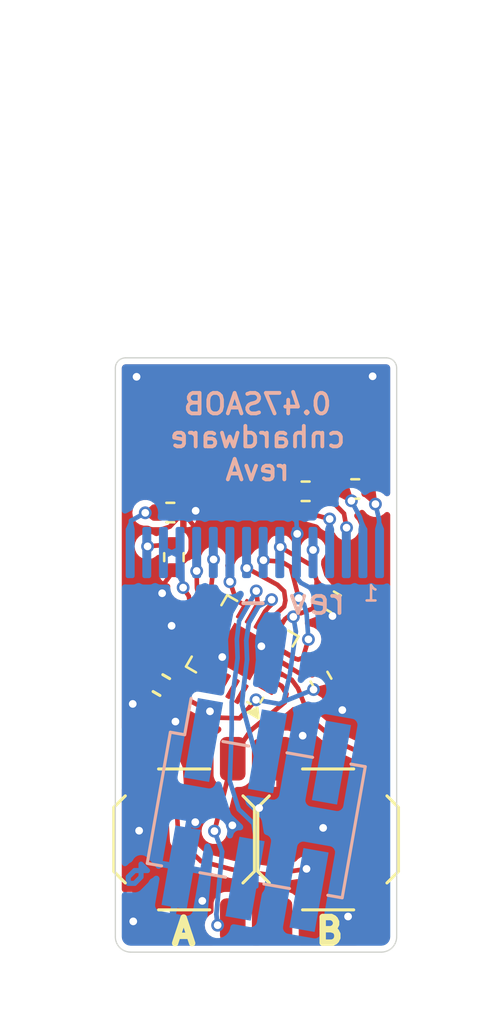
<source format=kicad_pcb>
(kicad_pcb (version 20240108) (generator "pcbnew") (generator_version "8.0")
  (layers (0 "F.Cu" signal) (31 "B.Cu" signal) (34 "B.Paste" user) (35 "F.Paste" user) (36 "B.SilkS" user "B.Silkscreen") (37 "F.SilkS" user "F.Silkscreen") (38 "B.Mask" user) (39 "F.Mask" user) (44 "Edge.Cuts" user))
  (net 0 "")
  (net 1 "VDD")
  (net 2 "GND")
  (net 4 "Net-(U1-VCC)")
  (net 5 "Net-(U1-C2N)")
  (net 6 "Net-(U1-C2P)")
  (net 7 "Net-(U1-C1P)")
  (net 8 "Net-(U1-C1N)")
  (net 9 "Net-(U1-VCOMH)")
  (net 10 "Net-(SW1-B)")
  (net 11 "Net-(SW2-B)")
  (net 15 "SSCL")
  (net 16 "SWIO")
  (net 17 "SSDA")
  (net 18 "SDA")
  (net 19 "CS")
  (net 20 "DC")
  (net 21 "RST")
  (net 22 "BS1")
  (net 23 "SCL")
  (footprint "Resistor_SMD:R_0402_1005Metric" (layer "F.Cu") (at 198.79 75.53 150)
    (property "Reference" "C1")
    (property "Value" "1u")
    (fp_line (start -0.153641 -0.38) (end 0.153641 -0.38) (stroke (width 0.1)) (layer "F.SilkS"))
    (fp_line (start -0.153641 0.38) (end 0.153641 0.38) (stroke (width 0.1)) (layer "F.SilkS"))
    (pad "1" smd roundrect (at -0.51 0 150) (size 0.54 0.64) (layers "F.Cu" "F.Paste" "F.Mask") (net 2 "GND"))
    (pad "2" smd roundrect (at 0.51 0 150) (size 0.54 0.64) (layers "F.Cu" "F.Paste" "F.Mask") (net 1 "VDD"))
  )
  (footprint "Button_Switch_SMD:SW_SPST_TL3342" (layer "F.Cu") (at 198.62 84.8 90)
    (property "Reference" "SW2" (hide yes))
    (property "Value" "TS-1187A-B-A-B")
    (fp_line (start -1.25 -2.75) (end 1.25 -2.75) (stroke (width 0.12)) (layer "F.SilkS"))
    (fp_line (start 1.7 -2.3) (end 1.25 -2.75) (stroke (width 0.12)) (layer "F.SilkS"))
    (fp_line (start -1.7 -2.3) (end -1.25 -2.75) (stroke (width 0.12)) (layer "F.SilkS"))
    (fp_line (start 2.75 -1) (end 2.75 1) (stroke (width 0.12)) (layer "F.SilkS"))
    (fp_line (start -2.75 -1) (end -2.75 1) (stroke (width 0.12)) (layer "F.SilkS"))
    (fp_line (start 1.7 2.3) (end 1.25 2.75) (stroke (width 0.12)) (layer "F.SilkS"))
    (fp_line (start -1.7 2.3) (end -1.25 2.75) (stroke (width 0.12)) (layer "F.SilkS"))
    (fp_line (start -1.25 2.75) (end 1.25 2.75) (stroke (width 0.12)) (layer "F.SilkS"))
    (pad "1" smd roundrect (at -3.15 -1.9 90) (size 1.7 1) (layers "F.Cu" "F.Paste" "F.Mask") (net 2 "GND"))
    (pad "1" smd roundrect (at 3.15 -1.9 90) (size 1.7 1) (layers "F.Cu" "F.Paste" "F.Mask") (net 2 "GND"))
    (pad "2" smd roundrect (at -3.15 1.9 90) (size 1.7 1) (layers "F.Cu" "F.Paste" "F.Mask") (net 11 "Net-(SW2-B)"))
    (pad "2" smd roundrect (at 3.15 1.9 90) (size 1.7 1) (layers "F.Cu" "F.Paste" "F.Mask") (net 11 "Net-(SW2-B)"))
  )
  (footprint "Button_Switch_SMD:SW_SPST_TL3342" (layer "F.Cu") (at 192.99 84.8 90)
    (property "Reference" "SW1" (hide yes))
    (property "Value" "TS-1187A-B-A-B")
    (fp_line (start -1.25 -2.75) (end 1.25 -2.75) (stroke (width 0.12)) (layer "F.SilkS"))
    (fp_line (start 1.7 -2.3) (end 1.25 -2.75) (stroke (width 0.12)) (layer "F.SilkS"))
    (fp_line (start -1.7 -2.3) (end -1.25 -2.75) (stroke (width 0.12)) (layer "F.SilkS"))
    (fp_line (start 2.75 -1) (end 2.75 1) (stroke (width 0.12)) (layer "F.SilkS"))
    (fp_line (start -2.75 -1) (end -2.75 1) (stroke (width 0.12)) (layer "F.SilkS"))
    (fp_line (start 1.7 2.3) (end 1.25 2.75) (stroke (width 0.12)) (layer "F.SilkS"))
    (fp_line (start -1.7 2.3) (end -1.25 2.75) (stroke (width 0.12)) (layer "F.SilkS"))
    (fp_line (start -1.25 2.75) (end 1.25 2.75) (stroke (width 0.12)) (layer "F.SilkS"))
    (pad "1" smd roundrect (at -3.15 -1.9 90) (size 1.7 1) (layers "F.Cu" "F.Paste" "F.Mask") (net 2 "GND"))
    (pad "1" smd roundrect (at 3.15 -1.9 90) (size 1.7 1) (layers "F.Cu" "F.Paste" "F.Mask") (net 2 "GND"))
    (pad "2" smd roundrect (at -3.15 1.9 90) (size 1.7 1) (layers "F.Cu" "F.Paste" "F.Mask") (net 10 "Net-(SW1-B)"))
    (pad "2" smd roundrect (at 3.15 1.9 90) (size 1.7 1) (layers "F.Cu" "F.Paste" "F.Mask") (net 10 "Net-(SW1-B)"))
  )
  (footprint "Resistor_SMD:R_0402_1005Metric" (layer "F.Cu") (at 192.1 78.775 150)
    (property "Reference" "R1" (hide yes))
    (property "Value" "3.3k")
    (fp_line (start -0.153641 -0.38) (end 0.153641 -0.38) (stroke (width 0.12)) (layer "F.SilkS"))
    (fp_line (start -0.153641 0.38) (end 0.153641 0.38) (stroke (width 0.12)) (layer "F.SilkS"))
    (pad "1" smd roundrect (at -0.51 0 150) (size 0.54 0.64) (layers "F.Cu" "F.Paste" "F.Mask") (net 1 "VDD"))
    (pad "2" smd roundrect (at 0.51 0 150) (size 0.54 0.64) (layers "F.Cu" "F.Paste" "F.Mask") (net 16 "SWIO"))
  )
  (footprint "Resistor_SMD:R_0402_1005Metric" (layer "F.Cu") (at 192.59 73.78 -90)
    (property "Reference" "C7")
    (property "Value" "1u" (hide yes))
    (fp_line (start -0.153641 0.38) (end 0.153641 0.38) (stroke (width 0.1)) (layer "F.SilkS"))
    (fp_line (start -0.153641 -0.38) (end 0.153641 -0.38) (stroke (width 0.1)) (layer "F.SilkS"))
    (pad "1" smd roundrect (at -0.51 0 270) (size 0.54 0.64) (layers "F.Cu" "F.Paste" "F.Mask") (net 9 "Net-(U1-VCOMH)"))
    (pad "2" smd roundrect (at 0.51 0 270) (size 0.54 0.64) (layers "F.Cu" "F.Paste" "F.Mask") (net 2 "GND"))
  )
  (footprint "Resistor_SMD:R_0402_1005Metric" (layer "F.Cu") (at 197.74 71.21 180)
    (property "Reference" "C6")
    (property "Value" "1u")
    (fp_line (start -0.153641 0.38) (end 0.153641 0.38) (stroke (width 0.1)) (layer "F.SilkS"))
    (fp_line (start -0.153641 -0.38) (end 0.153641 -0.38) (stroke (width 0.1)) (layer "F.SilkS"))
    (pad "1" smd roundrect (at -0.51 0 180) (size 0.54 0.64) (layers "F.Cu" "F.Paste" "F.Mask") (net 7 "Net-(U1-C1P)"))
    (pad "2" smd roundrect (at 0.51 0 180) (size 0.54 0.64) (layers "F.Cu" "F.Paste" "F.Mask") (net 8 "Net-(U1-C1N)"))
  )
  (footprint "Resistor_SMD:R_0402_1005Metric" (layer "F.Cu") (at 199.68 71.12)
    (property "Reference" "C5")
    (property "Value" "1u")
    (fp_line (start -0.153641 -0.38) (end 0.153641 -0.38) (stroke (width 0.1)) (layer "F.SilkS"))
    (fp_line (start -0.153641 0.38) (end 0.153641 0.38) (stroke (width 0.1)) (layer "F.SilkS"))
    (pad "1" smd roundrect (at -0.51 0) (size 0.54 0.64) (layers "F.Cu" "F.Paste" "F.Mask") (net 5 "Net-(U1-C2N)"))
    (pad "2" smd roundrect (at 0.51 0) (size 0.54 0.64) (layers "F.Cu" "F.Paste" "F.Mask") (net 6 "Net-(U1-C2P)"))
  )
  (footprint "Resistor_SMD:R_0402_1005Metric" (layer "F.Cu") (at 198.34 78.58 -60)
    (property "Reference" "C2")
    (property "Value" "1u" (hide yes))
    (fp_line (start -0.153641 0.38) (end 0.153641 0.38) (stroke (width 0.1)) (layer "F.SilkS"))
    (fp_line (start -0.153641 -0.38) (end 0.153641 -0.38) (stroke (width 0.1)) (layer "F.SilkS"))
    (pad "1" smd roundrect (at -0.51 0 300) (size 0.54 0.64) (layers "F.Cu" "F.Paste" "F.Mask") (net 2 "GND"))
    (pad "2" smd roundrect (at 0.51 0 300) (size 0.54 0.64) (layers "F.Cu" "F.Paste" "F.Mask") (net 1 "VDD"))
  )
  (footprint "Package_DFN_QFN:QFN-20-1EP_3x3mm_P0.4mm_EP1.65x1.65mm" (layer "F.Cu") (at 195.26218 77.464263 150)
    (property "Reference" "U2" (hide yes))
    (property "Value" "CH32V003F4U6")
    (fp_line (start 1.61 -1.61) (end 1.61 -1.16) (stroke (width 0.1)) (layer "F.SilkS"))
    (fp_line (start 1.16 -1.61) (end 1.61 -1.61) (stroke (width 0.1)) (layer "F.SilkS"))
    (fp_line (start 1.61 1.61) (end 1.61 1.16) (stroke (width 0.1)) (layer "F.SilkS"))
    (fp_line (start 1.16 1.61) (end 1.61 1.61) (stroke (width 0.1)) (layer "F.SilkS"))
    (fp_line (start -1.16 -1.61) (end -1.31 -1.61) (stroke (width 0.1)) (layer "F.SilkS"))
    (fp_line (start -1.61 -1.16) (end -1.61 -1.37) (stroke (width 0.1)) (layer "F.SilkS"))
    (fp_line (start -1.16 1.61) (end -1.61 1.61) (stroke (width 0.1)) (layer "F.SilkS"))
    (fp_line (start -1.61 1.61) (end -1.61 1.16) (stroke (width 0.1)) (layer "F.SilkS"))
    (fp_poly (pts (xy -1.61 -1.61) (xy -1.85 -1.94) (xy -1.37 -1.94) (xy -1.61 -1.61)) (stroke (width 0.1)) (fill solid) (layer "F.SilkS"))
    (pad "1" smd roundrect (at -1.45 -0.8 150) (size 0.85 0.2) (layers "F.Cu" "F.Paste" "F.Mask"))
    (pad "2" smd roundrect (at -1.45 -0.4 150) (size 0.85 0.2) (layers "F.Cu" "F.Paste" "F.Mask") (net 10 "Net-(SW1-B)"))
    (pad "3" smd roundrect (at -1.45 0 150) (size 0.85 0.2) (layers "F.Cu" "F.Paste" "F.Mask") (net 11 "Net-(SW2-B)"))
    (pad "4" smd roundrect (at -1.45 0.4 150) (size 0.85 0.2) (layers "F.Cu" "F.Paste" "F.Mask") (net 2 "GND"))
    (pad "5" smd roundrect (at -1.45 0.8 150) (size 0.85 0.2) (layers "F.Cu" "F.Paste" "F.Mask") (net 22 "BS1"))
    (pad "6" smd roundrect (at -0.8 1.45 150) (size 0.2 0.85) (layers "F.Cu" "F.Paste" "F.Mask") (net 1 "VDD"))
    (pad "7" smd roundrect (at -0.4 1.45 150) (size 0.2 0.85) (layers "F.Cu" "F.Paste" "F.Mask") (net 19 "CS"))
    (pad "8" smd roundrect (at 0 1.45 150) (size 0.2 0.85) (layers "F.Cu" "F.Paste" "F.Mask") (net 17 "SSDA"))
    (pad "9" smd roundrect (at 0.4 1.45 150) (size 0.2 0.85) (layers "F.Cu" "F.Paste" "F.Mask") (net 15 "SSCL"))
    (pad "10" smd roundrect (at 0.8 1.45 150) (size 0.2 0.85) (layers "F.Cu" "F.Paste" "F.Mask") (net 21 "RST"))
    (pad "11" smd roundrect (at 1.45 0.8 150) (size 0.85 0.2) (layers "F.Cu" "F.Paste" "F.Mask") (net 20 "DC"))
    (pad "12" smd roundrect (at 1.45 0.4 150) (size 0.85 0.2) (layers "F.Cu" "F.Paste" "F.Mask") (net 23 "SCL"))
    (pad "13" smd roundrect (at 1.45 0 150) (size 0.85 0.2) (layers "F.Cu" "F.Paste" "F.Mask") (net 18 "SDA"))
    (pad "14" smd roundrect (at 1.45 -0.4 150) (size 0.85 0.2) (layers "F.Cu" "F.Paste" "F.Mask"))
    (pad "15" smd roundrect (at 1.45 -0.8 150) (size 0.85 0.2) (layers "F.Cu" "F.Paste" "F.Mask") (net 16 "SWIO"))
    (pad "16" smd roundrect (at 0.8 -1.45 150) (size 0.2 0.85) (layers "F.Cu" "F.Paste" "F.Mask"))
    (pad "17" smd roundrect (at 0.4 -1.45 150) (size 0.2 0.85) (layers "F.Cu" "F.Paste" "F.Mask"))
    (pad "18" smd roundrect (at 0 -1.45 150) (size 0.2 0.85) (layers "F.Cu" "F.Paste" "F.Mask"))
    (pad "19" smd roundrect (at -0.4 -1.45 150) (size 0.2 0.85) (layers "F.Cu" "F.Paste" "F.Mask"))
    (pad "20" smd roundrect (at -0.8 -1.45 150) (size 0.2 0.85) (layers "F.Cu" "F.Paste" "F.Mask"))
    (pad "21" smd rect (at 0 0 150) (size 1.65 1.65) (property pad_prop_heatsink) (layers "F.Cu" "F.Mask") (net 2 "GND"))
  )
  (footprint "Resistor_SMD:R_0402_1005Metric" (layer "F.Cu") (at 192.45 72.04)
    (property "Reference" "C4")
    (property "Value" "1u" (hide yes))
    (fp_line (start -0.153641 -0.38) (end 0.153641 -0.38) (stroke (width 0.1)) (layer "F.SilkS"))
    (fp_line (start -0.153641 0.38) (end 0.153641 0.38) (stroke (width 0.1)) (layer "F.SilkS"))
    (pad "1" smd roundrect (at -0.51 0) (size 0.54 0.64) (layers "F.Cu" "F.Paste" "F.Mask") (net 4 "Net-(U1-VCC)"))
    (pad "2" smd roundrect (at 0.51 0) (size 0.54 0.64) (layers "F.Cu" "F.Paste" "F.Mask") (net 2 "GND"))
  )
  (footprint "cnhardware:P0.65mm_16_pin_OLED_FLEX_CONTACT" (layer "B.Cu") (at 190.88 69.7 90)
    (property "Reference" "U1" (hide yes))
    (property "Value" "~")
    (pad "1" smd roundrect (at -3.9 9.75 90) (size 2 0.35) (layers "B.Cu" "B.Paste" "B.Mask") (net 6 "Net-(U1-C2P)"))
    (pad "2" smd roundrect (at -3.9 9.1 90) (size 2 0.35) (layers "B.Cu" "B.Paste" "B.Mask") (net 5 "Net-(U1-C2N)"))
    (pad "3" smd roundrect (at -3.9 8.45 90) (size 2 0.35) (layers "B.Cu" "B.Paste" "B.Mask") (net 7 "Net-(U1-C1P)"))
    (pad "4" smd roundrect (at -3.9 7.8 90) (size 2 0.35) (layers "B.Cu" "B.Paste" "B.Mask") (net 8 "Net-(U1-C1N)"))
    (pad "5" smd roundrect (at -3.9 7.15 90) (size 2 0.35) (layers "B.Cu" "B.Paste" "B.Mask") (net 1 "VDD"))
    (pad "6" smd roundrect (at -3.9 6.5 90) (size 2 0.35) (layers "B.Cu" "B.Paste" "B.Mask") (net 2 "GND"))
    (pad "7" smd roundrect (at -3.9 5.85 90) (size 2 0.35) (layers "B.Cu" "B.Paste" "B.Mask") (net 1 "VDD"))
    (pad "8" smd roundrect (at -3.9 5.2 90) (size 2 0.35) (layers "B.Cu" "B.Paste" "B.Mask") (net 22 "BS1"))
    (pad "9" smd roundrect (at -3.9 4.55 90) (size 2 0.35) (layers "B.Cu" "B.Paste" "B.Mask") (net 19 "CS"))
    (pad "10" smd roundrect (at -3.9 3.9 90) (size 2 0.35) (layers "B.Cu" "B.Paste" "B.Mask") (net 21 "RST"))
    (pad "11" smd roundrect (at -3.9 3.25 90) (size 2 0.35) (layers "B.Cu" "B.Paste" "B.Mask") (net 20 "DC"))
    (pad "12" smd roundrect (at -3.9 2.6 90) (size 2 0.35) (layers "B.Cu" "B.Paste" "B.Mask") (net 23 "SCL"))
    (pad "13" smd roundrect (at -3.9 1.95 90) (size 2 0.35) (layers "B.Cu" "B.Paste" "B.Mask") (net 18 "SDA"))
    (pad "14" smd roundrect (at -3.9 1.3 90) (size 2 0.35) (layers "B.Cu" "B.Paste" "B.Mask") (net 18 "SDA"))
    (pad "15" smd roundrect (at -3.9 0.65 90) (size 2 0.35) (layers "B.Cu" "B.Paste" "B.Mask") (net 9 "Net-(U1-VCOMH)"))
    (pad "16" smd roundrect (at -3.9 0 90) (size 2 0.35) (layers "B.Cu" "B.Paste" "B.Mask") (net 4 "Net-(U1-VCC)"))
  )
  (footprint "Connector_PinHeader_2.54mm:PinHeader_2x03_P2.54mm_Vertical_SMD" (layer "B.Cu") (at 195.809999 83.847294 -100)
    (property "Reference" "J1" (hide yes))
    (property "Value" "SAO")
    (fp_line (start 2.600001 3.870002) (end -2.6 3.869998) (stroke (width 0.12)) (layer "B.SilkS"))
    (fp_line (start 2.6 3.299999) (end 2.600001 3.870002) (stroke (width 0.12)) (layer "B.SilkS"))
    (fp_line (start -2.600001 3.300001) (end -2.6 3.869998) (stroke (width 0.12)) (layer "B.SilkS"))
    (fp_line (start -2.600001 3.300001) (end -4.039999 3.3) (stroke (width 0.12)) (layer "B.SilkS"))
    (fp_line (start 2.6 0.760002) (end 2.6 1.780002) (stroke (width 0.12)) (layer "B.SilkS"))
    (fp_line (start -2.6 0.759997) (end -2.6 1.780001) (stroke (width 0.12)) (layer "B.SilkS"))
    (fp_line (start 2.6 -1.780001) (end 2.6 -0.759997) (stroke (width 0.12)) (layer "B.SilkS"))
    (fp_line (start -2.6 -1.780002) (end -2.6 -0.760002) (stroke (width 0.12)) (layer "B.SilkS"))
    (fp_line (start 2.6 -3.869998) (end 2.600001 -3.300001) (stroke (width 0.12)) (layer "B.SilkS"))
    (fp_line (start 2.6 -3.869998) (end -2.600001 -3.870002) (stroke (width 0.12)) (layer "B.SilkS"))
    (fp_line (start -2.600001 -3.870002) (end -2.6 -3.299999) (stroke (width 0.12)) (layer "B.SilkS"))
    (pad "1" smd rect (at -2.525 2.54 260) (size 3.15 1) (layers "B.Cu" "B.Paste" "B.Mask") (net 1 "VDD"))
    (pad "2" smd rect (at 2.525001 2.54 260) (size 3.15 1) (layers "B.Cu" "B.Paste" "B.Mask") (net 2 "GND"))
    (pad "3" smd rect (at -2.524999 0.000002 260) (size 3.15 1) (layers "B.Cu" "B.Paste" "B.Mask") (net 17 "SSDA"))
    (pad "4" smd rect (at 2.524999 -0.000002 260) (size 3.15 1) (layers "B.Cu" "B.Paste" "B.Mask") (net 15 "SSCL"))
    (pad "5" smd rect (at -2.525001 -2.54 260) (size 3.15 1) (layers "B.Cu" "B.Paste" "B.Mask"))
    (pad "6" smd rect (at 2.525 -2.54 260) (size 3.15 1) (layers "B.Cu" "B.Paste" "B.Mask") (net 16 "SWIO"))
  )
  (gr_arc (start 190.9 89.2) (mid 190.475736 89.024264) (end 190.3 88.6) (stroke (width 0.05)) (layer "Edge.Cuts"))
  (gr_arc (start 190.3 66.4) (mid 190.417157 66.117157) (end 190.7 66) (stroke (width 0.05)) (layer "Edge.Cuts"))
  (gr_arc (start 201.3 88.6) (mid 201.124264 89.024264) (end 200.7 89.2) (stroke (width 0.05)) (layer "Edge.Cuts"))
  (gr_line (start 200.9 66) (end 190.7 66) (stroke (width 0.05)) (layer "Edge.Cuts"))
  (gr_line (start 190.3 88.6) (end 190.3 66.4) (stroke (width 0.05)) (layer "Edge.Cuts"))
  (gr_line (start 201.3 88.6) (end 201.3 66.4) (stroke (width 0.05)) (layer "Edge.Cuts"))
  (gr_line (start 200.7 89.2) (end 190.9 89.2) (stroke (width 0.05)) (layer "Edge.Cuts"))
  (gr_arc (start 200.9 66) (mid 201.182843 66.117157) (end 201.3 66.4) (stroke (width 0.05)) (layer "Edge.Cuts"))
  (gr_text "rev -" (at 199.4 76.09 0) (layer "B.SilkS") (effects (font (size 1 1)) (justify left bottom mirror)))
  (gr_text "1" (at 200.65 75.55 -0) (layer "B.SilkS") (effects (font (size 0.6 0.6) (thickness 0.1) (bold yes)) (justify left bottom mirror)))
  (gr_text "0.47SAOB\ncnhardware\nrevA" (at 195.86 70.85 0) (layer "B.SilkS") (effects (font (size 0.8 0.8)) (justify bottom mirror)))
  (gr_text "B" (at 198.67 88.38 0) (layer "F.SilkS") (effects (font (size 1 1) (thickness 0.25) (bold yes))))
  (gr_text "A" (at 192.97 88.4 0) (layer "F.SilkS") (effects (font (size 1 1) (thickness 0.25) (bold yes))))
  (segment (start 192.421266 87.97774) (end 192.07976 87.886232) (width 0.2) (layer "F.Cu") (net 0))
  (segment (start 192.021747 88.785753) (end 191.896747 88.569246) (width 0.2) (layer "F.Cu") (net 0))
  (segment (start 191.988253 88.22774) (end 192.421266 87.97774) (width 0.2) (layer "F.Cu") (net 0))
  (segment (start 192.021747 88.785753) (end 192.238253 88.660753) (width 0.2) (layer "F.Cu") (net 0))
  (segment (start 191.896747 88.569246) (end 191.988253 88.22774) (width 0.2) (layer "F.Cu") (net 0))
  (segment (start 192.32976 88.319246) (end 192.238253 88.660753) (width 0.2) (layer "F.Cu") (net 0))
  (segment (start 192.07976 87.886232) (end 192.32976 88.319246) (width 0.2) (layer "F.Cu") (net 0))
  (segment (start 191.055 86.515) (end 191.305 86.265) (width 0.2) (layer "B.Cu") (net 0))
  (segment (start 191.305 85.765) (end 191.555 86.014999) (width 0.2) (layer "B.Cu") (net 0))
  (segment (start 190.805 86.515) (end 191.055 86.515) (width 0.2) (layer "B.Cu") (net 0))
  (segment (start 190.805 86.515) (end 190.805 86.265) (width 0.2) (layer "B.Cu") (net 0))
  (segment (start 191.055 86.015) (end 190.805 86.265) (width 0.2) (layer "B.Cu") (net 0))
  (segment (start 191.305 86.265) (end 191.305 85.765) (width 0.2) (layer "B.Cu") (net 0))
  (segment (start 191.555 86.014999) (end 191.055 86.015) (width 0.2) (layer "B.Cu") (net 0))
  (segment (start 196.75 73.39) (end 197.35 73.74) (width 0.18) (layer "F.Cu") (net 1))
  (segment (start 198.03 73.5) (end 198 74.12) (width 0.18) (layer "F.Cu") (net 1))
  (segment (start 198.58 79.203346) (end 198.05 78.95) (width 0.185) (layer "F.Cu") (net 1))
  (segment (start 197.35 73.74) (end 198 74.12) (width 0.18) (layer "F.Cu") (net 1))
  (segment (start 196.68 76.608526) (end 196.93 76.2) (width 0.18) (layer "F.Cu") (net 1))
  (segment (start 197.229352 75.969352) (end 197.55 75.97) (width 0.18) (layer "F.Cu") (net 1))
  (segment (start 197.229352 75.969352) (end 197.26 76.11) (width 0.18) (layer "F.Cu") (net 1))
  (segment (start 195.16 80.07) (end 195.8 79.35) (width 0.18) (layer "F.Cu") (net 1))
  (segment (start 192.541673 79.03) (end 194 79.8) (width 0.185) (layer "F.Cu") (net 1))
  (segment (start 198.02 75.79) (end 198.348327 75.275) (width 0.18) (layer "F.Cu") (net 1))
  (segment (start 197.55 75.97) (end 198.02 75.79) (width 0.18) (layer "F.Cu") (net 1))
  (segment (start 196.93 76.2) (end 197.229352 75.969352) (width 0.18) (layer "F.Cu") (net 1))
  (segment (start 198 74.12) (end 198.348327 75.275) (width 0.18) (layer "F.Cu") (net 1))
  (segment (start 194 79.8) (end 194.42 80.05) (width 0.18) (layer "F.Cu") (net 1))
  (segment (start 194.42 80.05) (end 195.16 80.07) (width 0.18) (layer "F.Cu") (net 1))
  (via (at 196.75 73.39) (size 0.5) (drill 0.3) (layers "F.Cu" "B.Cu") (net 1))
  (via (at 198.03 73.5) (size 0.5) (drill 0.3) (layers "F.Cu" "B.Cu") (net 1))
  (via (at 194 79.8) (size 0.5) (drill 0.3) (layers "F.Cu" "B.Cu") (net 1))
  (via (at 197.26 76.11) (size 0.5) (drill 0.3) (layers "F.Cu" "B.Cu") (net 1))
  (via (at 198.05 78.95) (size 0.5) (drill 0.3) (layers "F.Cu" "B.Cu") (net 1))
  (via (at 195.8 79.35) (size 0.5) (drill 0.3) (layers "F.Cu" "B.Cu") (net 1))
  (segment (start 196.88 79.42) (end 198.05 78.95) (width 0.18) (layer "B.Cu") (net 1))
  (segment (start 195.8 79.35) (end 196.71 79.51) (width 0.18) (layer "B.Cu") (net 1))
  (segment (start 197.36 76.69) (end 197.26 76.11) (width 0.18) (layer "B.Cu") (net 1))
  (segment (start 196.75 73.6) (end 196.75 73.39) (width 0.18) (layer "B.Cu") (net 1))
  (segment (start 197.12 78.37) (end 197.36 76.69) (width 0.18) (layer "B.Cu") (net 1))
  (segment (start 196.88 79.42) (end 197.12 78.37) (width 0.18) (layer "B.Cu") (net 1))
  (segment (start 196.71 79.51) (end 196.88 79.42) (width 0.18) (layer "B.Cu") (net 1))
  (segment (start 193.874936 73.215064) (end 194.67 73.24) (width 0.18) (layer "F.Cu") (net 2))
  (segment (start 198.37 77.84) (end 198.79 76.08) (width 0.18) (layer "F.Cu") (net 2))
  (segment (start 194.67 73.24) (end 196.53 72.86) (width 0.18) (layer "F.Cu") (net 2))
  (segment (start 197.52 78.33) (end 197.78 78.34) (width 0.18) (layer "F.Cu") (net 2))
  (segment (start 192.25 74.76) (end 192.13 75.19) (width 0.18) (layer "F.Cu") (net 2))
  (segment (start 192.59 74.29) (end 192.25 74.76) (width 0.18) (layer "F.Cu") (net 2))
  (segment (start 196.717917 77.842853) (end 195.92 77.37) (width 0.18) (layer "F.Cu") (net 2))
  (segment (start 196.717917 77.842853) (end 197.52 78.33) (width 0.18) (layer "F.Cu") (net 2))
  (segment (start 193.874936 73.215064) (end 193.14 73.8) (width 0.18) (layer "F.Cu") (net 2))
  (segment (start 192.43 72.59) (end 192.01 72.73) (width 0.18) (layer "F.Cu") (net 2))
  (segment (start 197.78 78.34) (end 198.37 77.84) (width 0.18) (layer "F.Cu") (net 2))
  (segment (start 196.53 72.86) (end 197.01 72.85) (width 0.18) (layer "F.Cu") (net 2))
  (segment (start 197.01 72.85) (end 197.41 72.87) (width 0.18) (layer "F.Cu") (net 2))
  (segment (start 198.79 76.08) (end 199.231673 75.785) (width 0.18) (layer "F.Cu") (net 2))
  (segment (start 192.96 72.04) (end 193.874936 73.215064) (width 0.18) (layer "F.Cu") (net 2))
  (segment (start 192.01 72.73) (end 191.21 72.76) (width 0.18) (layer "F.Cu") (net 2))
  (segment (start 192.96 72.04) (end 192.43 72.59) (width 0.18) (layer "F.Cu") (net 2))
  (segment (start 195.26218 77.464263) (end 194.48 77.68) (width 0.18) (layer "F.Cu") (net 2))
  (segment (start 194.48 77.68) (end 196.01 77.26) (width 0.18) (layer "F.Cu") (net 2))
  (segment (start 193.14 73.8) (end 192.59 74.29) (width 0.18) (layer "F.Cu") (net 2))
  (via (at 191.23 84.46) (size 0.5) (drill 0.3) (layers "F.Cu" "B.Cu") (net 2))
  (via (at 190.98 79.51) (size 0.5) (drill 0.3) (layers "F.Cu" "B.Cu") (net 2))
  (via (at 199.4 87.81) (size 0.5) (drill 0.3) (layers "F.Cu" "B.Cu") (net 2))
  (via (at 199.175 79.75) (size 0.5) (drill 0.3) (layers "F.Cu" "B.Cu") (net 2))
  (via (at 194.48 77.68) (size 0.5) (drill 0.3) (layers "F.Cu" "B.Cu") (net 2))
  (via (at 197.41 72.87) (size 0.5) (drill 0.3) (layers "F.Cu" "B.Cu") (net 2))
  (via (at 196.01 77.26) (size 0.5) (drill 0.3) (layers "F.Cu" "B.Cu") (net 2))
  (via (at 192.13 75.19) (size 0.5) (drill 0.3) (layers "F.Cu" "B.Cu") (net 2))
  (via (at 195.925 83.575) (size 0.5) (drill 0.3) (layers "F.Cu" "B.Cu") (net 2))
  (via (at 191.13 66.74) (size 0.5) (drill 0.3) (layers "F.Cu" "B.Cu") (net 2))
  (via (at 193.7 87.2) (size 0.5) (drill 0.3) (layers "F.Cu" "B.Cu") (net 2))
  (via (at 193.425 84.125) (size 0.5) (drill 0.3) (layers "F.Cu" "B.Cu") (net 2))
  (via (at 191 88) (size 0.5) (drill 0.3) (layers "F.Cu" "B.Cu") (net 2))
  (via (at 198.79 76.08) (size 0.5) (drill 0.3) (layers "F.Cu" "B.Cu") (net 2))
  (via (at 192.5 76.46) (size 0.5) (drill 0.3) (layers "F.Cu" "B.Cu") (net 2))
  (via (at 198.425 84.35) (size 0.5) (drill 0.3) (layers "F.Cu" "B.Cu") (net 2))
  (via (at 192.65 80.2) (size 0.5) (drill 0.3) (layers "F.Cu" "B.Cu") (net 2))
  (via (at 194.875 84.25) (size 0.5) (drill 0.3) (layers "F.Cu" "B.Cu") (net 2))
  (via (at 193.44 71.97) (size 0.5) (drill 0.3) (layers "F.Cu" "B.Cu") (net 2))
  (via (at 197.625 80.75) (size 0.5) (drill 0.3) (layers "F.Cu" "B.Cu") (net 2))
  (via (at 200.36 66.72) (size 0.5) (drill 0.3) (layers "F.Cu" "B.Cu") (net 2))
  (segment (start 198.79 76.08) (end 198.62 75.52) (width 0.18) (layer "B.Cu") (net 2))
  (segment (start 194.83 75.94) (end 194.58 75.54) (width 0.18) (layer "B.Cu") (net 2))
  (segment (start 197.41 72.87) (end 197.38 72.37) (width 0.18) (layer "B.Cu") (net 2))
  (segment (start 192.65 80.2) (end 192.23 78.78) (width 0.18) (layer "B.Cu") (net 2))
  (segment (start 194.38 71.64) (end 193.44 71.97) (width 0.18) (layer "B.Cu") (net 2))
  (segment (start 192.5 75.54) (end 192.13 75.19) (width 0.18) (layer "B.Cu") (net 2))
  (segment (start 194.19 75.39) (end 193.35 75.45) (width 0.18) (layer "B.Cu") (net 2))
  (segment (start 194.58 75.54) (end 194.19 75.39) (width 0.18) (layer "B.Cu") (net 2))
  (segment (start 194.48 77.68) (end 194.83 75.94) (width 0.18) (layer "B.Cu") (net 2))
  (segment (start 198.62 75.52) (end 197.96 75) (width 0.18) (layer "B.Cu") (net 2))
  (segment (start 197.14 72.18) (end 194.38 71.64) (width 0.18) (layer "B.Cu") (net 2))
  (segment (start 193.11 78.02) (end 194.48 77.68) (width 0.18) (layer "B.Cu") (net 2))
  (segment (start 197.42 74.61) (end 197.4 73.6) (width 0.18) (layer "B.Cu") (net 2))
  (segment (start 192.23 78.78) (end 193.11 78.02) (width 0.18) (layer "B.Cu") (net 2))
  (segment (start 192.9 75.62) (end 192.5 75.54) (width 0.18) (layer "B.Cu") (net 2))
  (segment (start 193.35 75.45) (end 192.9 75.62) (width 0.18) (layer "B.Cu") (net 2))
  (segment (start 197.55 74.78) (end 197.42 74.61) (width 0.18) (layer "B.Cu") (net 2))
  (segment (start 197.4 73.6) (end 197.41 72.87) (width 0.18) (layer "B.Cu") (net 2))
  (segment (start 197.38 72.37) (end 197.14 72.18) (width 0.18) (layer "B.Cu") (net 2))
  (segment (start 197.96 75) (end 197.55 74.78) (width 0.18) (layer "B.Cu") (net 2))
  (segment (start 191.47 72.05) (end 191.94 72.04) (width 0.18) (layer "F.Cu") (net 4))
  (via (at 191.47 72.05) (size 0.5) (drill 0.3) (layers "F.Cu" "B.Cu") (net 4))
  (segment (start 190.91 72.36) (end 190.9 73.6) (width 0.18) (layer "B.Cu") (net 4))
  (segment (start 191.47 72.05) (end 190.91 72.36) (width 0.18) (layer "B.Cu") (net 4))
  (segment (start 199.53 71.58) (end 199.17 71.12) (width 0.18) (layer "F.Cu") (net 5))
  (via (at 199.53 71.58) (size 0.5) (drill 0.3) (layers "F.Cu" "B.Cu") (net 5))
  (segment (start 199.86 72.21) (end 199.98 72.59) (width 0.18) (layer "B.Cu") (net 5))
  (segment (start 199.98 72.59) (end 200 73.6) (width 0.18) (layer "B.Cu") (net 5))
  (segment (start 199.53 71.58) (end 199.86 72.21) (width 0.18) (layer "B.Cu") (net 5))
  (segment (start 200.19 71.12) (end 200.47 71.71) (width 0.18) (layer "F.Cu") (net 6))
  (via (at 200.47 71.71) (size 0.5) (drill 0.3) (layers "F.Cu" "B.Cu") (net 6))
  (segment (start 200.47 71.71) (end 200.61 72.3) (width 0.18) (layer "B.Cu") (net 6))
  (segment (start 200.61 72.3) (end 200.65 73.6) (width 0.18) (layer "B.Cu") (net 6))
  (segment (start 198.89 71.72) (end 199.24 72.08) (width 0.18) (layer "F.Cu") (net 7))
  (segment (start 198.25 71.21) (end 198.89 71.72) (width 0.18) (layer "F.Cu") (net 7))
  (segment (start 199.24 72.08) (end 199.34 72.63) (width 0.18) (layer "F.Cu") (net 7))
  (via (at 199.34 72.63) (size 0.5) (drill 0.3) (layers "F.Cu" "B.Cu") (net 7))
  (segment (start 198.68 72.29) (end 197.76 72.04) (width 0.18) (layer "F.Cu") (net 8))
  (segment (start 197.76 72.04) (end 197.23 71.21) (width 0.18) (layer "F.Cu") (net 8))
  (via (at 198.68 72.29) (size 0.5) (drill 0.3) (layers "F.Cu" "B.Cu") (net 8))
  (segment (start 198.7 73.6) (end 198.68 72.29) (width 0.18) (layer "B.Cu") (net 8))
  (segment (start 192.59 73.27) (end 191.56 73.36) (width 0.18) (layer "F.Cu") (net 9))
  (via (at 191.56 73.36) (size 0.5) (drill 0.3) (layers "F.Cu" "B.Cu") (net 9))
  (segment (start 195.6 80.54) (end 196.92 79.45) (width 0.185) (layer "F.Cu") (net 10))
  (segment (start 194.89 87.95) (end 194.3 88.15) (width 0.185) (layer "F.Cu") (net 10))
  (segment (start 196.92 79.45) (end 196.99 79.12) (width 0.185) (layer "F.Cu") (net 10))
  (segment (start 196.99 79.12) (end 196.8 78.81) (width 0.185) (layer "F.Cu") (net 10))
  (segment (start 194.8 81.7) (end 195.6 80.54) (width 0.185) (layer "F.Cu") (net 10))
  (segment (start 194.175 84.475) (end 194.89 81.65) (width 0.185) (layer "F.Cu") (net 10))
  (segment (start 196.8 78.81) (end 196.317917 78.535673) (width 0.185) (layer "F.Cu") (net 10))
  (via (at 194.3 88.15) (size 0.5) (drill 0.3) (layers "F.Cu" "B.Cu") (net 10))
  (via (at 194.175 84.475) (size 0.5) (drill 0.3) (layers "F.Cu" "B.Cu") (net 10))
  (segment (start 194.25 87.725) (end 194.3 88.15) (width 0.185) (layer "B.Cu") (net 10))
  (segment (start 194.175 84.475) (end 194.475 85.275) (width 0.185) (layer "B.Cu") (net 10))
  (segment (start 194.475 85.275) (end 194.25 87.725) (width 0.185) (layer "B.Cu") (net 10))
  (segment (start 200.5 81.7) (end 199.04 81.02) (width 0.185) (layer "F.Cu") (net 11))
  (segment (start 197.2 78.57) (end 197.44 78.9) (width 0.18) (layer "F.Cu") (net 11))
  (segment (start 200.52 87.95) (end 200.52 81.65) (width 0.185) (layer "F.Cu") (net 11))
  (segment (start 196.517917 78.189263) (end 197.2 78.57) (width 0.18) (layer "F.Cu") (net 11))
  (segment (start 199.04 81.02) (end 197.92 80.1) (width 0.185) (layer "F.Cu") (net 11))
  (segment (start 197.44 78.9) (end 197.92 80.1) (width 0.18) (layer "F.Cu") (net 11))
  (segment (start 195.81 75.1) (end 195.87 75.6) (width 0.18) (layer "F.Cu") (net 15))
  (segment (start 195.87 75.6) (end 195.64077 76.008526) (width 0.18) (layer "F.Cu") (net 15))
  (via (at 195.81 75.1) (size 0.5) (drill 0.3) (layers "F.Cu" "B.Cu") (net 15))
  (segment (start 195.81 75.1) (end 195.14 76.27) (width 0.18) (layer "B.Cu") (net 15))
  (segment (start 194.775 82.525) (end 195.125 83.625) (width 0.18) (layer "B.Cu") (net 15))
  (segment (start 194.85 79.45) (end 194.85 80.5) (width 0.18) (layer "B.Cu") (net 15))
  (segment (start 195.83 84.97) (end 195.81 86.63) (width 0.18) (layer "B.Cu") (net 15))
  (segment (start 195.05 76.98) (end 195.08 77.72) (width 0.18) (layer "B.Cu") (net 15))
  (segment (start 195.08 77.72) (end 194.85 79.45) (width 0.18) (layer "B.Cu") (net 15))
  (segment (start 194.85 80.5) (end 194.775 82.525) (width 0.18) (layer "B.Cu") (net 15))
  (segment (start 195.14 76.27) (end 195.05 76.98) (width 0.18) (layer "B.Cu") (net 15))
  (segment (start 195.7 84.175) (end 195.83 84.97) (width 0.18) (layer "B.Cu") (net 15))
  (segment (start 195.125 83.625) (end 195.7 84.175) (width 0.18) (layer "B.Cu") (net 15))
  (segment (start 191.658327 78.52) (end 192.46 77.56) (width 0.18) (layer "F.Cu") (net 16))
  (segment (start 194.85 85.97) (end 193.65 85.65) (width 0.18) (layer "F.Cu") (net 16))
  (segment (start 192.91 77.16) (end 193.2 77.18) (width 0.18) (layer "F.Cu") (net 16))
  (segment (start 193.65 85.65) (end 192.775 84.825) (width 0.18) (layer "F.Cu") (net 16))
  (segment (start 192.46 77.56) (end 192.91 77.16) (width 0.18) (layer "F.Cu") (net 16))
  (segment (start 192.6 82.075) (end 191.89 80.42) (width 0.18) (layer "F.Cu") (net 16))
  (segment (start 196.28 86.18) (end 194.85 85.97) (width 0.18) (layer "F.Cu") (net 16))
  (segment (start 192.775 84.825) (end 192.6 82.075) (width 0.18) (layer "F.Cu") (net 16))
  (segment (start 193.2 77.18) (end 193.606443 77.432083) (width 0.18) (layer "F.Cu") (net 16))
  (segment (start 191.89 80.42) (end 191.69 80.03) (width 0.18) (layer "F.Cu") (net 16))
  (segment (start 197.775 85.95) (end 196.28 86.18) (width 0.18) (layer "F.Cu") (net 16))
  (segment (start 191.69 80.03) (end 191.658327 78.52) (width 0.18) (layer "F.Cu") (net 16))
  (via (at 197.775 85.95) (size 0.5) (drill 0.3) (layers "F.Cu" "B.Cu") (net 16))
  (segment (start 196.45 75.59) (end 196.31 75.72) (width 0.18) (layer "F.Cu") (net 17))
  (segment (start 196.21 75.83) (end 195.98718 76.208526) (width 0.18) (layer "F.Cu") (net 17))
  (segment (start 196.41 75.44) (end 196.45 75.59) (width 0.18) (layer "F.Cu") (net 17))
  (segment (start 196.31 75.72) (end 196.21 75.83) (width 0.18) (layer "F.Cu") (net 17))
  (via (at 196.41 75.44) (size 0.5) (drill 0.3) (layers "F.Cu" "B.Cu") (net 17))
  (segment (start 195.9 75.7) (end 196.41 75.44) (width 0.18) (layer "B.Cu") (net 17))
  (segment (start 195.3 79) (end 195.25 79.525) (width 0.185) (layer "B.Cu") (net 17))
  (segment (start 195.52 76.35) (end 195.9 75.7) (width 0.18) (layer "B.Cu") (net 17))
  (segment (start 195.52 76.35) (end 195.42 77.03) (width 0.185) (layer "B.Cu") (net 17))
  (segment (start 195.42 77.03) (end 195.45 77.78) (width 0.185) (layer "B.Cu") (net 17))
  (segment (start 195.25 79.525) (end 195.809998 81.58) (width 0.185) (layer "B.Cu") (net 17))
  (segment (start 195.45 77.78) (end 195.3 79) (width 0.185) (layer "B.Cu") (net 17))
  (segment (start 193.17 75.3) (end 193.33 76.2) (width 0.18) (layer "F.Cu") (net 18))
  (segment (start 193.49 76.45) (end 194.006443 76.739263) (width 0.18) (layer "F.Cu") (net 18))
  (segment (start 193.33 76.2) (end 193.49 76.45) (width 0.18) (layer "F.Cu") (net 18))
  (segment (start 192.950943 74.97) (end 193.17 75.3) (width 0.18) (layer "F.Cu") (net 18))
  (via (at 192.950943 74.97) (size 0.5) (drill 0.3) (layers "F.Cu" "B.Cu") (net 18))
  (segment (start 192.91 74.66) (end 192.85 73.6) (width 0.18) (layer "B.Cu") (net 18))
  (segment (start 192.950943 74.97) (end 192.91 74.66) (width 0.18) (layer "B.Cu") (net 18))
  (segment (start 192.2 73.6) (end 192.85 73.6) (width 0.18) (layer "B.Cu") (net 18))
  (segment (start 196.9 75.11) (end 196.95 75.47) (width 0.18) (layer "F.Cu") (net 19))
  (segment (start 195.44 74.21) (end 195.98 74.5) (width 0.18) (layer "F.Cu") (net 19))
  (segment (start 196.9 75.71) (end 196.54 76.04) (width 0.18) (layer "F.Cu") (net 19))
  (segment (start 196.95 75.47) (end 196.9 75.71) (width 0.18) (layer "F.Cu") (net 19))
  (segment (start 195.98 74.5) (end 196.64 74.86) (width 0.18) (layer "F.Cu") (net 19))
  (segment (start 196.54 76.04) (end 196.33359 76.408526) (width 0.18) (layer "F.Cu") (net 19))
  (segment (start 196.64 74.86) (end 196.9 75.11) (width 0.18) (layer "F.Cu") (net 19))
  (via (at 195.44 74.21) (size 0.5) (drill 0.3) (layers "F.Cu" "B.Cu") (net 19))
  (segment (start 194.09 75.86) (end 194.406443 76.046443) (width 0.18) (layer "F.Cu") (net 20))
  (segment (start 194.13 74.27) (end 194.04 75) (width 0.18) (layer "F.Cu") (net 20))
  (segment (start 194.14 73.87) (end 194.13 74.27) (width 0.18) (layer "F.Cu") (net 20))
  (segment (start 194.02 75.72) (end 194.09 75.86) (width 0.18) (layer "F.Cu") (net 20))
  (segment (start 194.04 75) (end 194.02 75.72) (width 0.18) (layer "F.Cu") (net 20))
  (via (at 194.14 73.87) (size 0.5) (drill 0.3) (layers "F.Cu" "B.Cu") (net 20))
  (segment (start 194.78 74.74) (end 195.03 75.47) (width 0.18) (layer "F.Cu") (net 21))
  (segment (start 195.38 75.67) (end 195.29436 75.808526) (width 0.18) (layer "F.Cu") (net 21))
  (segment (start 195.03 75.47) (end 195.38 75.67) (width 0.18) (layer "F.Cu") (net 21))
  (via (at 194.78 74.74) (size 0.5) (drill 0.3) (layers "F.Cu" "B.Cu") (net 21))
  (segment (start 194.77 74.55) (end 194.8 73.6) (width 0.18) (layer "B.Cu") (net 21))
  (segment (start 194.78 74.74) (end 194.77 74.55) (width 0.18) (layer "B.Cu") (net 21))
  (segment (start 197.85 76.99) (end 197.68 77.56) (width 0.18) (layer "F.Cu") (net 22))
  (segment (start 197.63 77.71) (end 197.45 77.78) (width 0.18) (layer "F.Cu") (net 22))
  (segment (start 197.33 77.74) (end 196.917917 77.496443) (width 0.18) (layer "F.Cu") (net 22))
  (segment (start 197.68 77.56) (end 197.63 77.71) (width 0.18) (layer "F.Cu") (net 22))
  (segment (start 197.45 77.78) (end 197.33 77.74) (width 0.18) (layer "F.Cu") (net 22))
  (segment (start 196.8 73.96) (end 197.16 74.17) (width 0.18) (layer "F.Cu") (net 22))
  (segment (start 197.16 74.17) (end 197.47 75.38) (width 0.18) (layer "F.Cu") (net 22))
  (segment (start 196.09 73.9) (end 196.8 73.96) (width 0.18) (layer "F.Cu") (net 22))
  (via (at 196.09 73.9) (size 0.5) (drill 0.3) (layers "F.Cu" "B.Cu") (net 22))
  (via (at 197.47 75.38) (size 0.5) (drill 0.3) (layers "F.Cu" "B.Cu") (net 22))
  (via (at 197.85 76.99) (size 0.5) (drill 0.3) (layers "F.Cu" "B.Cu") (net 22))
  (segment (start 196.1 73.6) (end 196.09 73.9) (width 0.18) (layer "B.Cu") (net 22))
  (segment (start 197.68 75.63) (end 197.78 76.01) (width 0.18) (layer "B.Cu") (net 22))
  (segment (start 197.78 76.01) (end 197.85 76.99) (width 0.18) (layer "B.Cu") (net 22))
  (segment (start 197.47 75.38) (end 197.68 75.63) (width 0.18) (layer "B.Cu") (net 22))
  (segment (start 193.48 74.32) (end 193.49 74.98) (width 0.18) (layer "F.Cu") (net 23))
  (segment (start 193.81 76.16) (end 194.206443 76.392853) (width 0.18) (layer "F.Cu") (net 23))
  (segment (start 193.6 75.53) (end 193.7 75.96) (width 0.18) (layer "F.Cu") (net 23))
  (segment (start 193.7 75.96) (end 193.81 76.16) (width 0.18) (layer "F.Cu") (net 23))
  (segment (start 193.49 74.98) (end 193.6 75.53) (width 0.18) (layer "F.Cu") (net 23))
  (via (at 193.48 74.32) (size 0.5) (drill 0.3) (layers "F.Cu" "B.Cu") (net 23))
  (zone (net 2) (net_name "GND") (layers "F&B.Cu") (connect_pads (clearance 0.25)) (min_thickness 0.25) (fill yes (thermal_gap 0.25) (thermal_bridge_width 0.25))
    (polygon (pts (xy 189.97 65.26) (xy 201.47 65.26) (xy 201.71 89.5) (xy 190.02 89.53)))
  )
)
</source>
